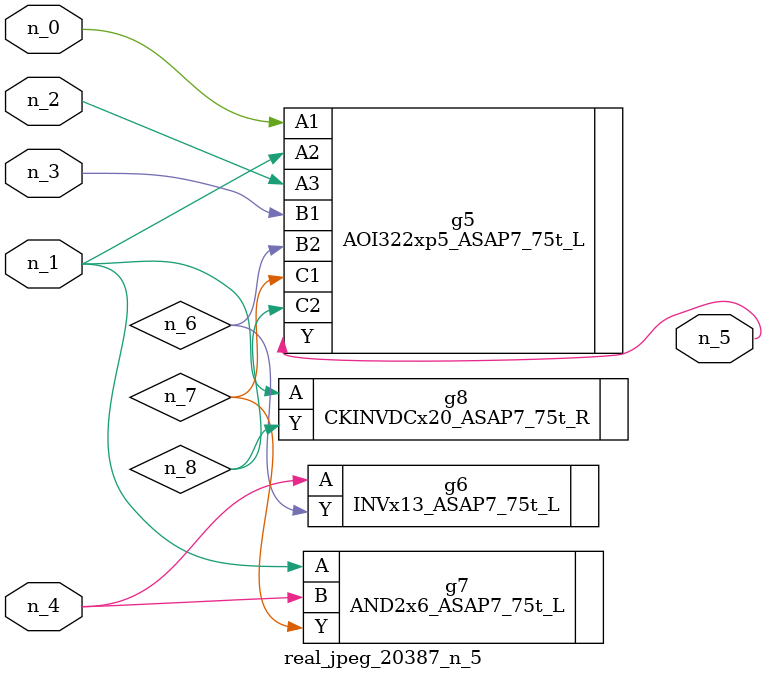
<source format=v>
module real_jpeg_20387_n_5 (n_4, n_0, n_1, n_2, n_3, n_5);

input n_4;
input n_0;
input n_1;
input n_2;
input n_3;

output n_5;

wire n_8;
wire n_6;
wire n_7;

AOI322xp5_ASAP7_75t_L g5 ( 
.A1(n_0),
.A2(n_1),
.A3(n_2),
.B1(n_3),
.B2(n_6),
.C1(n_7),
.C2(n_8),
.Y(n_5)
);

AND2x6_ASAP7_75t_L g7 ( 
.A(n_1),
.B(n_4),
.Y(n_7)
);

CKINVDCx20_ASAP7_75t_R g8 ( 
.A(n_1),
.Y(n_8)
);

INVx13_ASAP7_75t_L g6 ( 
.A(n_4),
.Y(n_6)
);


endmodule
</source>
